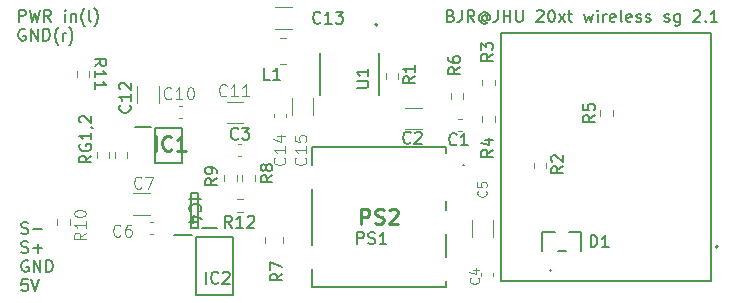
<source format=gbr>
%TF.GenerationSoftware,KiCad,Pcbnew,7.0.6*%
%TF.CreationDate,2024-04-06T17:32:54-04:00*%
%TF.ProjectId,5.2_5V,352e325f-3556-42e6-9b69-6361645f7063,rev?*%
%TF.SameCoordinates,Original*%
%TF.FileFunction,Legend,Top*%
%TF.FilePolarity,Positive*%
%FSLAX46Y46*%
G04 Gerber Fmt 4.6, Leading zero omitted, Abs format (unit mm)*
G04 Created by KiCad (PCBNEW 7.0.6) date 2024-04-06 17:32:54*
%MOMM*%
%LPD*%
G01*
G04 APERTURE LIST*
%ADD10C,0.150000*%
%ADD11C,0.120000*%
%ADD12C,0.100000*%
%ADD13C,0.254000*%
%ADD14C,0.200000*%
%ADD15C,0.152400*%
%ADD16C,0.127000*%
G04 APERTURE END LIST*
D10*
X162671312Y-32823209D02*
X162814169Y-32870828D01*
X162814169Y-32870828D02*
X162861788Y-32918447D01*
X162861788Y-32918447D02*
X162909407Y-33013685D01*
X162909407Y-33013685D02*
X162909407Y-33156542D01*
X162909407Y-33156542D02*
X162861788Y-33251780D01*
X162861788Y-33251780D02*
X162814169Y-33299400D01*
X162814169Y-33299400D02*
X162718931Y-33347019D01*
X162718931Y-33347019D02*
X162337979Y-33347019D01*
X162337979Y-33347019D02*
X162337979Y-32347019D01*
X162337979Y-32347019D02*
X162671312Y-32347019D01*
X162671312Y-32347019D02*
X162766550Y-32394638D01*
X162766550Y-32394638D02*
X162814169Y-32442257D01*
X162814169Y-32442257D02*
X162861788Y-32537495D01*
X162861788Y-32537495D02*
X162861788Y-32632733D01*
X162861788Y-32632733D02*
X162814169Y-32727971D01*
X162814169Y-32727971D02*
X162766550Y-32775590D01*
X162766550Y-32775590D02*
X162671312Y-32823209D01*
X162671312Y-32823209D02*
X162337979Y-32823209D01*
X163623693Y-32347019D02*
X163623693Y-33061304D01*
X163623693Y-33061304D02*
X163576074Y-33204161D01*
X163576074Y-33204161D02*
X163480836Y-33299400D01*
X163480836Y-33299400D02*
X163337979Y-33347019D01*
X163337979Y-33347019D02*
X163242741Y-33347019D01*
X164671312Y-33347019D02*
X164337979Y-32870828D01*
X164099884Y-33347019D02*
X164099884Y-32347019D01*
X164099884Y-32347019D02*
X164480836Y-32347019D01*
X164480836Y-32347019D02*
X164576074Y-32394638D01*
X164576074Y-32394638D02*
X164623693Y-32442257D01*
X164623693Y-32442257D02*
X164671312Y-32537495D01*
X164671312Y-32537495D02*
X164671312Y-32680352D01*
X164671312Y-32680352D02*
X164623693Y-32775590D01*
X164623693Y-32775590D02*
X164576074Y-32823209D01*
X164576074Y-32823209D02*
X164480836Y-32870828D01*
X164480836Y-32870828D02*
X164099884Y-32870828D01*
X165718931Y-32870828D02*
X165671312Y-32823209D01*
X165671312Y-32823209D02*
X165576074Y-32775590D01*
X165576074Y-32775590D02*
X165480836Y-32775590D01*
X165480836Y-32775590D02*
X165385598Y-32823209D01*
X165385598Y-32823209D02*
X165337979Y-32870828D01*
X165337979Y-32870828D02*
X165290360Y-32966066D01*
X165290360Y-32966066D02*
X165290360Y-33061304D01*
X165290360Y-33061304D02*
X165337979Y-33156542D01*
X165337979Y-33156542D02*
X165385598Y-33204161D01*
X165385598Y-33204161D02*
X165480836Y-33251780D01*
X165480836Y-33251780D02*
X165576074Y-33251780D01*
X165576074Y-33251780D02*
X165671312Y-33204161D01*
X165671312Y-33204161D02*
X165718931Y-33156542D01*
X165718931Y-32775590D02*
X165718931Y-33156542D01*
X165718931Y-33156542D02*
X165766550Y-33204161D01*
X165766550Y-33204161D02*
X165814169Y-33204161D01*
X165814169Y-33204161D02*
X165909408Y-33156542D01*
X165909408Y-33156542D02*
X165957027Y-33061304D01*
X165957027Y-33061304D02*
X165957027Y-32823209D01*
X165957027Y-32823209D02*
X165861789Y-32680352D01*
X165861789Y-32680352D02*
X165718931Y-32585114D01*
X165718931Y-32585114D02*
X165528455Y-32537495D01*
X165528455Y-32537495D02*
X165337979Y-32585114D01*
X165337979Y-32585114D02*
X165195122Y-32680352D01*
X165195122Y-32680352D02*
X165099884Y-32823209D01*
X165099884Y-32823209D02*
X165052265Y-33013685D01*
X165052265Y-33013685D02*
X165099884Y-33204161D01*
X165099884Y-33204161D02*
X165195122Y-33347019D01*
X165195122Y-33347019D02*
X165337979Y-33442257D01*
X165337979Y-33442257D02*
X165528455Y-33489876D01*
X165528455Y-33489876D02*
X165718931Y-33442257D01*
X165718931Y-33442257D02*
X165861789Y-33347019D01*
X166671312Y-32347019D02*
X166671312Y-33061304D01*
X166671312Y-33061304D02*
X166623693Y-33204161D01*
X166623693Y-33204161D02*
X166528455Y-33299400D01*
X166528455Y-33299400D02*
X166385598Y-33347019D01*
X166385598Y-33347019D02*
X166290360Y-33347019D01*
X167147503Y-33347019D02*
X167147503Y-32347019D01*
X167147503Y-32823209D02*
X167718931Y-32823209D01*
X167718931Y-33347019D02*
X167718931Y-32347019D01*
X168195122Y-32347019D02*
X168195122Y-33156542D01*
X168195122Y-33156542D02*
X168242741Y-33251780D01*
X168242741Y-33251780D02*
X168290360Y-33299400D01*
X168290360Y-33299400D02*
X168385598Y-33347019D01*
X168385598Y-33347019D02*
X168576074Y-33347019D01*
X168576074Y-33347019D02*
X168671312Y-33299400D01*
X168671312Y-33299400D02*
X168718931Y-33251780D01*
X168718931Y-33251780D02*
X168766550Y-33156542D01*
X168766550Y-33156542D02*
X168766550Y-32347019D01*
X169957027Y-32442257D02*
X170004646Y-32394638D01*
X170004646Y-32394638D02*
X170099884Y-32347019D01*
X170099884Y-32347019D02*
X170337979Y-32347019D01*
X170337979Y-32347019D02*
X170433217Y-32394638D01*
X170433217Y-32394638D02*
X170480836Y-32442257D01*
X170480836Y-32442257D02*
X170528455Y-32537495D01*
X170528455Y-32537495D02*
X170528455Y-32632733D01*
X170528455Y-32632733D02*
X170480836Y-32775590D01*
X170480836Y-32775590D02*
X169909408Y-33347019D01*
X169909408Y-33347019D02*
X170528455Y-33347019D01*
X171147503Y-32347019D02*
X171242741Y-32347019D01*
X171242741Y-32347019D02*
X171337979Y-32394638D01*
X171337979Y-32394638D02*
X171385598Y-32442257D01*
X171385598Y-32442257D02*
X171433217Y-32537495D01*
X171433217Y-32537495D02*
X171480836Y-32727971D01*
X171480836Y-32727971D02*
X171480836Y-32966066D01*
X171480836Y-32966066D02*
X171433217Y-33156542D01*
X171433217Y-33156542D02*
X171385598Y-33251780D01*
X171385598Y-33251780D02*
X171337979Y-33299400D01*
X171337979Y-33299400D02*
X171242741Y-33347019D01*
X171242741Y-33347019D02*
X171147503Y-33347019D01*
X171147503Y-33347019D02*
X171052265Y-33299400D01*
X171052265Y-33299400D02*
X171004646Y-33251780D01*
X171004646Y-33251780D02*
X170957027Y-33156542D01*
X170957027Y-33156542D02*
X170909408Y-32966066D01*
X170909408Y-32966066D02*
X170909408Y-32727971D01*
X170909408Y-32727971D02*
X170957027Y-32537495D01*
X170957027Y-32537495D02*
X171004646Y-32442257D01*
X171004646Y-32442257D02*
X171052265Y-32394638D01*
X171052265Y-32394638D02*
X171147503Y-32347019D01*
X171814170Y-33347019D02*
X172337979Y-32680352D01*
X171814170Y-32680352D02*
X172337979Y-33347019D01*
X172576075Y-32680352D02*
X172957027Y-32680352D01*
X172718932Y-32347019D02*
X172718932Y-33204161D01*
X172718932Y-33204161D02*
X172766551Y-33299400D01*
X172766551Y-33299400D02*
X172861789Y-33347019D01*
X172861789Y-33347019D02*
X172957027Y-33347019D01*
X173957028Y-32680352D02*
X174147504Y-33347019D01*
X174147504Y-33347019D02*
X174337980Y-32870828D01*
X174337980Y-32870828D02*
X174528456Y-33347019D01*
X174528456Y-33347019D02*
X174718932Y-32680352D01*
X175099885Y-33347019D02*
X175099885Y-32680352D01*
X175099885Y-32347019D02*
X175052266Y-32394638D01*
X175052266Y-32394638D02*
X175099885Y-32442257D01*
X175099885Y-32442257D02*
X175147504Y-32394638D01*
X175147504Y-32394638D02*
X175099885Y-32347019D01*
X175099885Y-32347019D02*
X175099885Y-32442257D01*
X175576075Y-33347019D02*
X175576075Y-32680352D01*
X175576075Y-32870828D02*
X175623694Y-32775590D01*
X175623694Y-32775590D02*
X175671313Y-32727971D01*
X175671313Y-32727971D02*
X175766551Y-32680352D01*
X175766551Y-32680352D02*
X175861789Y-32680352D01*
X176576075Y-33299400D02*
X176480837Y-33347019D01*
X176480837Y-33347019D02*
X176290361Y-33347019D01*
X176290361Y-33347019D02*
X176195123Y-33299400D01*
X176195123Y-33299400D02*
X176147504Y-33204161D01*
X176147504Y-33204161D02*
X176147504Y-32823209D01*
X176147504Y-32823209D02*
X176195123Y-32727971D01*
X176195123Y-32727971D02*
X176290361Y-32680352D01*
X176290361Y-32680352D02*
X176480837Y-32680352D01*
X176480837Y-32680352D02*
X176576075Y-32727971D01*
X176576075Y-32727971D02*
X176623694Y-32823209D01*
X176623694Y-32823209D02*
X176623694Y-32918447D01*
X176623694Y-32918447D02*
X176147504Y-33013685D01*
X177195123Y-33347019D02*
X177099885Y-33299400D01*
X177099885Y-33299400D02*
X177052266Y-33204161D01*
X177052266Y-33204161D02*
X177052266Y-32347019D01*
X177957028Y-33299400D02*
X177861790Y-33347019D01*
X177861790Y-33347019D02*
X177671314Y-33347019D01*
X177671314Y-33347019D02*
X177576076Y-33299400D01*
X177576076Y-33299400D02*
X177528457Y-33204161D01*
X177528457Y-33204161D02*
X177528457Y-32823209D01*
X177528457Y-32823209D02*
X177576076Y-32727971D01*
X177576076Y-32727971D02*
X177671314Y-32680352D01*
X177671314Y-32680352D02*
X177861790Y-32680352D01*
X177861790Y-32680352D02*
X177957028Y-32727971D01*
X177957028Y-32727971D02*
X178004647Y-32823209D01*
X178004647Y-32823209D02*
X178004647Y-32918447D01*
X178004647Y-32918447D02*
X177528457Y-33013685D01*
X178385600Y-33299400D02*
X178480838Y-33347019D01*
X178480838Y-33347019D02*
X178671314Y-33347019D01*
X178671314Y-33347019D02*
X178766552Y-33299400D01*
X178766552Y-33299400D02*
X178814171Y-33204161D01*
X178814171Y-33204161D02*
X178814171Y-33156542D01*
X178814171Y-33156542D02*
X178766552Y-33061304D01*
X178766552Y-33061304D02*
X178671314Y-33013685D01*
X178671314Y-33013685D02*
X178528457Y-33013685D01*
X178528457Y-33013685D02*
X178433219Y-32966066D01*
X178433219Y-32966066D02*
X178385600Y-32870828D01*
X178385600Y-32870828D02*
X178385600Y-32823209D01*
X178385600Y-32823209D02*
X178433219Y-32727971D01*
X178433219Y-32727971D02*
X178528457Y-32680352D01*
X178528457Y-32680352D02*
X178671314Y-32680352D01*
X178671314Y-32680352D02*
X178766552Y-32727971D01*
X179195124Y-33299400D02*
X179290362Y-33347019D01*
X179290362Y-33347019D02*
X179480838Y-33347019D01*
X179480838Y-33347019D02*
X179576076Y-33299400D01*
X179576076Y-33299400D02*
X179623695Y-33204161D01*
X179623695Y-33204161D02*
X179623695Y-33156542D01*
X179623695Y-33156542D02*
X179576076Y-33061304D01*
X179576076Y-33061304D02*
X179480838Y-33013685D01*
X179480838Y-33013685D02*
X179337981Y-33013685D01*
X179337981Y-33013685D02*
X179242743Y-32966066D01*
X179242743Y-32966066D02*
X179195124Y-32870828D01*
X179195124Y-32870828D02*
X179195124Y-32823209D01*
X179195124Y-32823209D02*
X179242743Y-32727971D01*
X179242743Y-32727971D02*
X179337981Y-32680352D01*
X179337981Y-32680352D02*
X179480838Y-32680352D01*
X179480838Y-32680352D02*
X179576076Y-32727971D01*
X180766553Y-33299400D02*
X180861791Y-33347019D01*
X180861791Y-33347019D02*
X181052267Y-33347019D01*
X181052267Y-33347019D02*
X181147505Y-33299400D01*
X181147505Y-33299400D02*
X181195124Y-33204161D01*
X181195124Y-33204161D02*
X181195124Y-33156542D01*
X181195124Y-33156542D02*
X181147505Y-33061304D01*
X181147505Y-33061304D02*
X181052267Y-33013685D01*
X181052267Y-33013685D02*
X180909410Y-33013685D01*
X180909410Y-33013685D02*
X180814172Y-32966066D01*
X180814172Y-32966066D02*
X180766553Y-32870828D01*
X180766553Y-32870828D02*
X180766553Y-32823209D01*
X180766553Y-32823209D02*
X180814172Y-32727971D01*
X180814172Y-32727971D02*
X180909410Y-32680352D01*
X180909410Y-32680352D02*
X181052267Y-32680352D01*
X181052267Y-32680352D02*
X181147505Y-32727971D01*
X182052267Y-32680352D02*
X182052267Y-33489876D01*
X182052267Y-33489876D02*
X182004648Y-33585114D01*
X182004648Y-33585114D02*
X181957029Y-33632733D01*
X181957029Y-33632733D02*
X181861791Y-33680352D01*
X181861791Y-33680352D02*
X181718934Y-33680352D01*
X181718934Y-33680352D02*
X181623696Y-33632733D01*
X182052267Y-33299400D02*
X181957029Y-33347019D01*
X181957029Y-33347019D02*
X181766553Y-33347019D01*
X181766553Y-33347019D02*
X181671315Y-33299400D01*
X181671315Y-33299400D02*
X181623696Y-33251780D01*
X181623696Y-33251780D02*
X181576077Y-33156542D01*
X181576077Y-33156542D02*
X181576077Y-32870828D01*
X181576077Y-32870828D02*
X181623696Y-32775590D01*
X181623696Y-32775590D02*
X181671315Y-32727971D01*
X181671315Y-32727971D02*
X181766553Y-32680352D01*
X181766553Y-32680352D02*
X181957029Y-32680352D01*
X181957029Y-32680352D02*
X182052267Y-32727971D01*
X183242744Y-32442257D02*
X183290363Y-32394638D01*
X183290363Y-32394638D02*
X183385601Y-32347019D01*
X183385601Y-32347019D02*
X183623696Y-32347019D01*
X183623696Y-32347019D02*
X183718934Y-32394638D01*
X183718934Y-32394638D02*
X183766553Y-32442257D01*
X183766553Y-32442257D02*
X183814172Y-32537495D01*
X183814172Y-32537495D02*
X183814172Y-32632733D01*
X183814172Y-32632733D02*
X183766553Y-32775590D01*
X183766553Y-32775590D02*
X183195125Y-33347019D01*
X183195125Y-33347019D02*
X183814172Y-33347019D01*
X184242744Y-33251780D02*
X184290363Y-33299400D01*
X184290363Y-33299400D02*
X184242744Y-33347019D01*
X184242744Y-33347019D02*
X184195125Y-33299400D01*
X184195125Y-33299400D02*
X184242744Y-33251780D01*
X184242744Y-33251780D02*
X184242744Y-33347019D01*
X185242743Y-33347019D02*
X184671315Y-33347019D01*
X184957029Y-33347019D02*
X184957029Y-32347019D01*
X184957029Y-32347019D02*
X184861791Y-32489876D01*
X184861791Y-32489876D02*
X184766553Y-32585114D01*
X184766553Y-32585114D02*
X184671315Y-32632733D01*
X126314160Y-51242200D02*
X126457017Y-51289819D01*
X126457017Y-51289819D02*
X126695112Y-51289819D01*
X126695112Y-51289819D02*
X126790350Y-51242200D01*
X126790350Y-51242200D02*
X126837969Y-51194580D01*
X126837969Y-51194580D02*
X126885588Y-51099342D01*
X126885588Y-51099342D02*
X126885588Y-51004104D01*
X126885588Y-51004104D02*
X126837969Y-50908866D01*
X126837969Y-50908866D02*
X126790350Y-50861247D01*
X126790350Y-50861247D02*
X126695112Y-50813628D01*
X126695112Y-50813628D02*
X126504636Y-50766009D01*
X126504636Y-50766009D02*
X126409398Y-50718390D01*
X126409398Y-50718390D02*
X126361779Y-50670771D01*
X126361779Y-50670771D02*
X126314160Y-50575533D01*
X126314160Y-50575533D02*
X126314160Y-50480295D01*
X126314160Y-50480295D02*
X126361779Y-50385057D01*
X126361779Y-50385057D02*
X126409398Y-50337438D01*
X126409398Y-50337438D02*
X126504636Y-50289819D01*
X126504636Y-50289819D02*
X126742731Y-50289819D01*
X126742731Y-50289819D02*
X126885588Y-50337438D01*
X127314160Y-50908866D02*
X128076065Y-50908866D01*
X126314160Y-52852200D02*
X126457017Y-52899819D01*
X126457017Y-52899819D02*
X126695112Y-52899819D01*
X126695112Y-52899819D02*
X126790350Y-52852200D01*
X126790350Y-52852200D02*
X126837969Y-52804580D01*
X126837969Y-52804580D02*
X126885588Y-52709342D01*
X126885588Y-52709342D02*
X126885588Y-52614104D01*
X126885588Y-52614104D02*
X126837969Y-52518866D01*
X126837969Y-52518866D02*
X126790350Y-52471247D01*
X126790350Y-52471247D02*
X126695112Y-52423628D01*
X126695112Y-52423628D02*
X126504636Y-52376009D01*
X126504636Y-52376009D02*
X126409398Y-52328390D01*
X126409398Y-52328390D02*
X126361779Y-52280771D01*
X126361779Y-52280771D02*
X126314160Y-52185533D01*
X126314160Y-52185533D02*
X126314160Y-52090295D01*
X126314160Y-52090295D02*
X126361779Y-51995057D01*
X126361779Y-51995057D02*
X126409398Y-51947438D01*
X126409398Y-51947438D02*
X126504636Y-51899819D01*
X126504636Y-51899819D02*
X126742731Y-51899819D01*
X126742731Y-51899819D02*
X126885588Y-51947438D01*
X127314160Y-52518866D02*
X128076065Y-52518866D01*
X127695112Y-52899819D02*
X127695112Y-52137914D01*
X126885588Y-53557438D02*
X126790350Y-53509819D01*
X126790350Y-53509819D02*
X126647493Y-53509819D01*
X126647493Y-53509819D02*
X126504636Y-53557438D01*
X126504636Y-53557438D02*
X126409398Y-53652676D01*
X126409398Y-53652676D02*
X126361779Y-53747914D01*
X126361779Y-53747914D02*
X126314160Y-53938390D01*
X126314160Y-53938390D02*
X126314160Y-54081247D01*
X126314160Y-54081247D02*
X126361779Y-54271723D01*
X126361779Y-54271723D02*
X126409398Y-54366961D01*
X126409398Y-54366961D02*
X126504636Y-54462200D01*
X126504636Y-54462200D02*
X126647493Y-54509819D01*
X126647493Y-54509819D02*
X126742731Y-54509819D01*
X126742731Y-54509819D02*
X126885588Y-54462200D01*
X126885588Y-54462200D02*
X126933207Y-54414580D01*
X126933207Y-54414580D02*
X126933207Y-54081247D01*
X126933207Y-54081247D02*
X126742731Y-54081247D01*
X127361779Y-54509819D02*
X127361779Y-53509819D01*
X127361779Y-53509819D02*
X127933207Y-54509819D01*
X127933207Y-54509819D02*
X127933207Y-53509819D01*
X128409398Y-54509819D02*
X128409398Y-53509819D01*
X128409398Y-53509819D02*
X128647493Y-53509819D01*
X128647493Y-53509819D02*
X128790350Y-53557438D01*
X128790350Y-53557438D02*
X128885588Y-53652676D01*
X128885588Y-53652676D02*
X128933207Y-53747914D01*
X128933207Y-53747914D02*
X128980826Y-53938390D01*
X128980826Y-53938390D02*
X128980826Y-54081247D01*
X128980826Y-54081247D02*
X128933207Y-54271723D01*
X128933207Y-54271723D02*
X128885588Y-54366961D01*
X128885588Y-54366961D02*
X128790350Y-54462200D01*
X128790350Y-54462200D02*
X128647493Y-54509819D01*
X128647493Y-54509819D02*
X128409398Y-54509819D01*
X126837969Y-55119819D02*
X126361779Y-55119819D01*
X126361779Y-55119819D02*
X126314160Y-55596009D01*
X126314160Y-55596009D02*
X126361779Y-55548390D01*
X126361779Y-55548390D02*
X126457017Y-55500771D01*
X126457017Y-55500771D02*
X126695112Y-55500771D01*
X126695112Y-55500771D02*
X126790350Y-55548390D01*
X126790350Y-55548390D02*
X126837969Y-55596009D01*
X126837969Y-55596009D02*
X126885588Y-55691247D01*
X126885588Y-55691247D02*
X126885588Y-55929342D01*
X126885588Y-55929342D02*
X126837969Y-56024580D01*
X126837969Y-56024580D02*
X126790350Y-56072200D01*
X126790350Y-56072200D02*
X126695112Y-56119819D01*
X126695112Y-56119819D02*
X126457017Y-56119819D01*
X126457017Y-56119819D02*
X126361779Y-56072200D01*
X126361779Y-56072200D02*
X126314160Y-56024580D01*
X127171303Y-55119819D02*
X127504636Y-56119819D01*
X127504636Y-56119819D02*
X127837969Y-55119819D01*
X140541380Y-48342779D02*
X141541380Y-48342779D01*
X140636619Y-49390397D02*
X140589000Y-49342778D01*
X140589000Y-49342778D02*
X140541380Y-49199921D01*
X140541380Y-49199921D02*
X140541380Y-49104683D01*
X140541380Y-49104683D02*
X140589000Y-48961826D01*
X140589000Y-48961826D02*
X140684238Y-48866588D01*
X140684238Y-48866588D02*
X140779476Y-48818969D01*
X140779476Y-48818969D02*
X140969952Y-48771350D01*
X140969952Y-48771350D02*
X141112809Y-48771350D01*
X141112809Y-48771350D02*
X141303285Y-48818969D01*
X141303285Y-48818969D02*
X141398523Y-48866588D01*
X141398523Y-48866588D02*
X141493761Y-48961826D01*
X141493761Y-48961826D02*
X141541380Y-49104683D01*
X141541380Y-49104683D02*
X141541380Y-49199921D01*
X141541380Y-49199921D02*
X141493761Y-49342778D01*
X141493761Y-49342778D02*
X141446142Y-49390397D01*
X141208047Y-50247540D02*
X140541380Y-50247540D01*
X141589000Y-50009445D02*
X140874714Y-49771350D01*
X140874714Y-49771350D02*
X140874714Y-50390397D01*
X126117579Y-33311819D02*
X126117579Y-32311819D01*
X126117579Y-32311819D02*
X126498531Y-32311819D01*
X126498531Y-32311819D02*
X126593769Y-32359438D01*
X126593769Y-32359438D02*
X126641388Y-32407057D01*
X126641388Y-32407057D02*
X126689007Y-32502295D01*
X126689007Y-32502295D02*
X126689007Y-32645152D01*
X126689007Y-32645152D02*
X126641388Y-32740390D01*
X126641388Y-32740390D02*
X126593769Y-32788009D01*
X126593769Y-32788009D02*
X126498531Y-32835628D01*
X126498531Y-32835628D02*
X126117579Y-32835628D01*
X127022341Y-32311819D02*
X127260436Y-33311819D01*
X127260436Y-33311819D02*
X127450912Y-32597533D01*
X127450912Y-32597533D02*
X127641388Y-33311819D01*
X127641388Y-33311819D02*
X127879484Y-32311819D01*
X128831864Y-33311819D02*
X128498531Y-32835628D01*
X128260436Y-33311819D02*
X128260436Y-32311819D01*
X128260436Y-32311819D02*
X128641388Y-32311819D01*
X128641388Y-32311819D02*
X128736626Y-32359438D01*
X128736626Y-32359438D02*
X128784245Y-32407057D01*
X128784245Y-32407057D02*
X128831864Y-32502295D01*
X128831864Y-32502295D02*
X128831864Y-32645152D01*
X128831864Y-32645152D02*
X128784245Y-32740390D01*
X128784245Y-32740390D02*
X128736626Y-32788009D01*
X128736626Y-32788009D02*
X128641388Y-32835628D01*
X128641388Y-32835628D02*
X128260436Y-32835628D01*
X130022341Y-33311819D02*
X130022341Y-32645152D01*
X130022341Y-32311819D02*
X129974722Y-32359438D01*
X129974722Y-32359438D02*
X130022341Y-32407057D01*
X130022341Y-32407057D02*
X130069960Y-32359438D01*
X130069960Y-32359438D02*
X130022341Y-32311819D01*
X130022341Y-32311819D02*
X130022341Y-32407057D01*
X130498531Y-32645152D02*
X130498531Y-33311819D01*
X130498531Y-32740390D02*
X130546150Y-32692771D01*
X130546150Y-32692771D02*
X130641388Y-32645152D01*
X130641388Y-32645152D02*
X130784245Y-32645152D01*
X130784245Y-32645152D02*
X130879483Y-32692771D01*
X130879483Y-32692771D02*
X130927102Y-32788009D01*
X130927102Y-32788009D02*
X130927102Y-33311819D01*
X131689007Y-33692771D02*
X131641388Y-33645152D01*
X131641388Y-33645152D02*
X131546150Y-33502295D01*
X131546150Y-33502295D02*
X131498531Y-33407057D01*
X131498531Y-33407057D02*
X131450912Y-33264200D01*
X131450912Y-33264200D02*
X131403293Y-33026104D01*
X131403293Y-33026104D02*
X131403293Y-32835628D01*
X131403293Y-32835628D02*
X131450912Y-32597533D01*
X131450912Y-32597533D02*
X131498531Y-32454676D01*
X131498531Y-32454676D02*
X131546150Y-32359438D01*
X131546150Y-32359438D02*
X131641388Y-32216580D01*
X131641388Y-32216580D02*
X131689007Y-32168961D01*
X132212817Y-33311819D02*
X132117579Y-33264200D01*
X132117579Y-33264200D02*
X132069960Y-33168961D01*
X132069960Y-33168961D02*
X132069960Y-32311819D01*
X132498532Y-33692771D02*
X132546151Y-33645152D01*
X132546151Y-33645152D02*
X132641389Y-33502295D01*
X132641389Y-33502295D02*
X132689008Y-33407057D01*
X132689008Y-33407057D02*
X132736627Y-33264200D01*
X132736627Y-33264200D02*
X132784246Y-33026104D01*
X132784246Y-33026104D02*
X132784246Y-32835628D01*
X132784246Y-32835628D02*
X132736627Y-32597533D01*
X132736627Y-32597533D02*
X132689008Y-32454676D01*
X132689008Y-32454676D02*
X132641389Y-32359438D01*
X132641389Y-32359438D02*
X132546151Y-32216580D01*
X132546151Y-32216580D02*
X132498532Y-32168961D01*
X126641388Y-33969438D02*
X126546150Y-33921819D01*
X126546150Y-33921819D02*
X126403293Y-33921819D01*
X126403293Y-33921819D02*
X126260436Y-33969438D01*
X126260436Y-33969438D02*
X126165198Y-34064676D01*
X126165198Y-34064676D02*
X126117579Y-34159914D01*
X126117579Y-34159914D02*
X126069960Y-34350390D01*
X126069960Y-34350390D02*
X126069960Y-34493247D01*
X126069960Y-34493247D02*
X126117579Y-34683723D01*
X126117579Y-34683723D02*
X126165198Y-34778961D01*
X126165198Y-34778961D02*
X126260436Y-34874200D01*
X126260436Y-34874200D02*
X126403293Y-34921819D01*
X126403293Y-34921819D02*
X126498531Y-34921819D01*
X126498531Y-34921819D02*
X126641388Y-34874200D01*
X126641388Y-34874200D02*
X126689007Y-34826580D01*
X126689007Y-34826580D02*
X126689007Y-34493247D01*
X126689007Y-34493247D02*
X126498531Y-34493247D01*
X127117579Y-34921819D02*
X127117579Y-33921819D01*
X127117579Y-33921819D02*
X127689007Y-34921819D01*
X127689007Y-34921819D02*
X127689007Y-33921819D01*
X128165198Y-34921819D02*
X128165198Y-33921819D01*
X128165198Y-33921819D02*
X128403293Y-33921819D01*
X128403293Y-33921819D02*
X128546150Y-33969438D01*
X128546150Y-33969438D02*
X128641388Y-34064676D01*
X128641388Y-34064676D02*
X128689007Y-34159914D01*
X128689007Y-34159914D02*
X128736626Y-34350390D01*
X128736626Y-34350390D02*
X128736626Y-34493247D01*
X128736626Y-34493247D02*
X128689007Y-34683723D01*
X128689007Y-34683723D02*
X128641388Y-34778961D01*
X128641388Y-34778961D02*
X128546150Y-34874200D01*
X128546150Y-34874200D02*
X128403293Y-34921819D01*
X128403293Y-34921819D02*
X128165198Y-34921819D01*
X129450912Y-35302771D02*
X129403293Y-35255152D01*
X129403293Y-35255152D02*
X129308055Y-35112295D01*
X129308055Y-35112295D02*
X129260436Y-35017057D01*
X129260436Y-35017057D02*
X129212817Y-34874200D01*
X129212817Y-34874200D02*
X129165198Y-34636104D01*
X129165198Y-34636104D02*
X129165198Y-34445628D01*
X129165198Y-34445628D02*
X129212817Y-34207533D01*
X129212817Y-34207533D02*
X129260436Y-34064676D01*
X129260436Y-34064676D02*
X129308055Y-33969438D01*
X129308055Y-33969438D02*
X129403293Y-33826580D01*
X129403293Y-33826580D02*
X129450912Y-33778961D01*
X129831865Y-34921819D02*
X129831865Y-34255152D01*
X129831865Y-34445628D02*
X129879484Y-34350390D01*
X129879484Y-34350390D02*
X129927103Y-34302771D01*
X129927103Y-34302771D02*
X130022341Y-34255152D01*
X130022341Y-34255152D02*
X130117579Y-34255152D01*
X130355675Y-35302771D02*
X130403294Y-35255152D01*
X130403294Y-35255152D02*
X130498532Y-35112295D01*
X130498532Y-35112295D02*
X130546151Y-35017057D01*
X130546151Y-35017057D02*
X130593770Y-34874200D01*
X130593770Y-34874200D02*
X130641389Y-34636104D01*
X130641389Y-34636104D02*
X130641389Y-34445628D01*
X130641389Y-34445628D02*
X130593770Y-34207533D01*
X130593770Y-34207533D02*
X130546151Y-34064676D01*
X130546151Y-34064676D02*
X130498532Y-33969438D01*
X130498532Y-33969438D02*
X130403294Y-33826580D01*
X130403294Y-33826580D02*
X130355675Y-33778961D01*
X163445819Y-37191792D02*
X162969628Y-37525125D01*
X163445819Y-37763220D02*
X162445819Y-37763220D01*
X162445819Y-37763220D02*
X162445819Y-37382268D01*
X162445819Y-37382268D02*
X162493438Y-37287030D01*
X162493438Y-37287030D02*
X162541057Y-37239411D01*
X162541057Y-37239411D02*
X162636295Y-37191792D01*
X162636295Y-37191792D02*
X162779152Y-37191792D01*
X162779152Y-37191792D02*
X162874390Y-37239411D01*
X162874390Y-37239411D02*
X162922009Y-37287030D01*
X162922009Y-37287030D02*
X162969628Y-37382268D01*
X162969628Y-37382268D02*
X162969628Y-37763220D01*
X162445819Y-36334649D02*
X162445819Y-36525125D01*
X162445819Y-36525125D02*
X162493438Y-36620363D01*
X162493438Y-36620363D02*
X162541057Y-36667982D01*
X162541057Y-36667982D02*
X162683914Y-36763220D01*
X162683914Y-36763220D02*
X162874390Y-36810839D01*
X162874390Y-36810839D02*
X163255342Y-36810839D01*
X163255342Y-36810839D02*
X163350580Y-36763220D01*
X163350580Y-36763220D02*
X163398200Y-36715601D01*
X163398200Y-36715601D02*
X163445819Y-36620363D01*
X163445819Y-36620363D02*
X163445819Y-36429887D01*
X163445819Y-36429887D02*
X163398200Y-36334649D01*
X163398200Y-36334649D02*
X163350580Y-36287030D01*
X163350580Y-36287030D02*
X163255342Y-36239411D01*
X163255342Y-36239411D02*
X163017247Y-36239411D01*
X163017247Y-36239411D02*
X162922009Y-36287030D01*
X162922009Y-36287030D02*
X162874390Y-36334649D01*
X162874390Y-36334649D02*
X162826771Y-36429887D01*
X162826771Y-36429887D02*
X162826771Y-36620363D01*
X162826771Y-36620363D02*
X162874390Y-36715601D01*
X162874390Y-36715601D02*
X162922009Y-36763220D01*
X162922009Y-36763220D02*
X163017247Y-36810839D01*
X159635819Y-37953792D02*
X159159628Y-38287125D01*
X159635819Y-38525220D02*
X158635819Y-38525220D01*
X158635819Y-38525220D02*
X158635819Y-38144268D01*
X158635819Y-38144268D02*
X158683438Y-38049030D01*
X158683438Y-38049030D02*
X158731057Y-38001411D01*
X158731057Y-38001411D02*
X158826295Y-37953792D01*
X158826295Y-37953792D02*
X158969152Y-37953792D01*
X158969152Y-37953792D02*
X159064390Y-38001411D01*
X159064390Y-38001411D02*
X159112009Y-38049030D01*
X159112009Y-38049030D02*
X159159628Y-38144268D01*
X159159628Y-38144268D02*
X159159628Y-38525220D01*
X159635819Y-37001411D02*
X159635819Y-37572839D01*
X159635819Y-37287125D02*
X158635819Y-37287125D01*
X158635819Y-37287125D02*
X158778676Y-37382363D01*
X158778676Y-37382363D02*
X158873914Y-37477601D01*
X158873914Y-37477601D02*
X158921533Y-37572839D01*
X166239819Y-44176792D02*
X165763628Y-44510125D01*
X166239819Y-44748220D02*
X165239819Y-44748220D01*
X165239819Y-44748220D02*
X165239819Y-44367268D01*
X165239819Y-44367268D02*
X165287438Y-44272030D01*
X165287438Y-44272030D02*
X165335057Y-44224411D01*
X165335057Y-44224411D02*
X165430295Y-44176792D01*
X165430295Y-44176792D02*
X165573152Y-44176792D01*
X165573152Y-44176792D02*
X165668390Y-44224411D01*
X165668390Y-44224411D02*
X165716009Y-44272030D01*
X165716009Y-44272030D02*
X165763628Y-44367268D01*
X165763628Y-44367268D02*
X165763628Y-44748220D01*
X165573152Y-43319649D02*
X166239819Y-43319649D01*
X165192200Y-43557744D02*
X165906485Y-43795839D01*
X165906485Y-43795839D02*
X165906485Y-43176792D01*
X154698819Y-38906220D02*
X155508342Y-38906220D01*
X155508342Y-38906220D02*
X155603580Y-38858601D01*
X155603580Y-38858601D02*
X155651200Y-38810982D01*
X155651200Y-38810982D02*
X155698819Y-38715744D01*
X155698819Y-38715744D02*
X155698819Y-38525268D01*
X155698819Y-38525268D02*
X155651200Y-38430030D01*
X155651200Y-38430030D02*
X155603580Y-38382411D01*
X155603580Y-38382411D02*
X155508342Y-38334792D01*
X155508342Y-38334792D02*
X154698819Y-38334792D01*
X155698819Y-37334792D02*
X155698819Y-37906220D01*
X155698819Y-37620506D02*
X154698819Y-37620506D01*
X154698819Y-37620506D02*
X154841676Y-37715744D01*
X154841676Y-37715744D02*
X154936914Y-37810982D01*
X154936914Y-37810982D02*
X154984533Y-37906220D01*
X147370969Y-38223819D02*
X146894779Y-38223819D01*
X146894779Y-38223819D02*
X146894779Y-37223819D01*
X148228112Y-38223819D02*
X147656684Y-38223819D01*
X147942398Y-38223819D02*
X147942398Y-37223819D01*
X147942398Y-37223819D02*
X147847160Y-37366676D01*
X147847160Y-37366676D02*
X147751922Y-37461914D01*
X147751922Y-37461914D02*
X147656684Y-37509533D01*
X166239819Y-36048792D02*
X165763628Y-36382125D01*
X166239819Y-36620220D02*
X165239819Y-36620220D01*
X165239819Y-36620220D02*
X165239819Y-36239268D01*
X165239819Y-36239268D02*
X165287438Y-36144030D01*
X165287438Y-36144030D02*
X165335057Y-36096411D01*
X165335057Y-36096411D02*
X165430295Y-36048792D01*
X165430295Y-36048792D02*
X165573152Y-36048792D01*
X165573152Y-36048792D02*
X165668390Y-36096411D01*
X165668390Y-36096411D02*
X165716009Y-36144030D01*
X165716009Y-36144030D02*
X165763628Y-36239268D01*
X165763628Y-36239268D02*
X165763628Y-36620220D01*
X165239819Y-35715458D02*
X165239819Y-35096411D01*
X165239819Y-35096411D02*
X165620771Y-35429744D01*
X165620771Y-35429744D02*
X165620771Y-35286887D01*
X165620771Y-35286887D02*
X165668390Y-35191649D01*
X165668390Y-35191649D02*
X165716009Y-35144030D01*
X165716009Y-35144030D02*
X165811247Y-35096411D01*
X165811247Y-35096411D02*
X166049342Y-35096411D01*
X166049342Y-35096411D02*
X166144580Y-35144030D01*
X166144580Y-35144030D02*
X166192200Y-35191649D01*
X166192200Y-35191649D02*
X166239819Y-35286887D01*
X166239819Y-35286887D02*
X166239819Y-35572601D01*
X166239819Y-35572601D02*
X166192200Y-35667839D01*
X166192200Y-35667839D02*
X166144580Y-35715458D01*
X163163207Y-43690580D02*
X163115588Y-43738200D01*
X163115588Y-43738200D02*
X162972731Y-43785819D01*
X162972731Y-43785819D02*
X162877493Y-43785819D01*
X162877493Y-43785819D02*
X162734636Y-43738200D01*
X162734636Y-43738200D02*
X162639398Y-43642961D01*
X162639398Y-43642961D02*
X162591779Y-43547723D01*
X162591779Y-43547723D02*
X162544160Y-43357247D01*
X162544160Y-43357247D02*
X162544160Y-43214390D01*
X162544160Y-43214390D02*
X162591779Y-43023914D01*
X162591779Y-43023914D02*
X162639398Y-42928676D01*
X162639398Y-42928676D02*
X162734636Y-42833438D01*
X162734636Y-42833438D02*
X162877493Y-42785819D01*
X162877493Y-42785819D02*
X162972731Y-42785819D01*
X162972731Y-42785819D02*
X163115588Y-42833438D01*
X163115588Y-42833438D02*
X163163207Y-42881057D01*
X164115588Y-43785819D02*
X163544160Y-43785819D01*
X163829874Y-43785819D02*
X163829874Y-42785819D01*
X163829874Y-42785819D02*
X163734636Y-42928676D01*
X163734636Y-42928676D02*
X163639398Y-43023914D01*
X163639398Y-43023914D02*
X163544160Y-43071533D01*
X141941779Y-55495819D02*
X141941779Y-54495819D01*
X142989397Y-55400580D02*
X142941778Y-55448200D01*
X142941778Y-55448200D02*
X142798921Y-55495819D01*
X142798921Y-55495819D02*
X142703683Y-55495819D01*
X142703683Y-55495819D02*
X142560826Y-55448200D01*
X142560826Y-55448200D02*
X142465588Y-55352961D01*
X142465588Y-55352961D02*
X142417969Y-55257723D01*
X142417969Y-55257723D02*
X142370350Y-55067247D01*
X142370350Y-55067247D02*
X142370350Y-54924390D01*
X142370350Y-54924390D02*
X142417969Y-54733914D01*
X142417969Y-54733914D02*
X142465588Y-54638676D01*
X142465588Y-54638676D02*
X142560826Y-54543438D01*
X142560826Y-54543438D02*
X142703683Y-54495819D01*
X142703683Y-54495819D02*
X142798921Y-54495819D01*
X142798921Y-54495819D02*
X142941778Y-54543438D01*
X142941778Y-54543438D02*
X142989397Y-54591057D01*
X143370350Y-54591057D02*
X143417969Y-54543438D01*
X143417969Y-54543438D02*
X143513207Y-54495819D01*
X143513207Y-54495819D02*
X143751302Y-54495819D01*
X143751302Y-54495819D02*
X143846540Y-54543438D01*
X143846540Y-54543438D02*
X143894159Y-54591057D01*
X143894159Y-54591057D02*
X143941778Y-54686295D01*
X143941778Y-54686295D02*
X143941778Y-54781533D01*
X143941778Y-54781533D02*
X143894159Y-54924390D01*
X143894159Y-54924390D02*
X143322731Y-55495819D01*
X143322731Y-55495819D02*
X143941778Y-55495819D01*
X132514180Y-37076142D02*
X132990371Y-36742809D01*
X132514180Y-36504714D02*
X133514180Y-36504714D01*
X133514180Y-36504714D02*
X133514180Y-36885666D01*
X133514180Y-36885666D02*
X133466561Y-36980904D01*
X133466561Y-36980904D02*
X133418942Y-37028523D01*
X133418942Y-37028523D02*
X133323704Y-37076142D01*
X133323704Y-37076142D02*
X133180847Y-37076142D01*
X133180847Y-37076142D02*
X133085609Y-37028523D01*
X133085609Y-37028523D02*
X133037990Y-36980904D01*
X133037990Y-36980904D02*
X132990371Y-36885666D01*
X132990371Y-36885666D02*
X132990371Y-36504714D01*
X132514180Y-38028523D02*
X132514180Y-37457095D01*
X132514180Y-37742809D02*
X133514180Y-37742809D01*
X133514180Y-37742809D02*
X133371323Y-37647571D01*
X133371323Y-37647571D02*
X133276085Y-37552333D01*
X133276085Y-37552333D02*
X133228466Y-37457095D01*
X132514180Y-38980904D02*
X132514180Y-38409476D01*
X132514180Y-38695190D02*
X133514180Y-38695190D01*
X133514180Y-38695190D02*
X133371323Y-38599952D01*
X133371323Y-38599952D02*
X133276085Y-38504714D01*
X133276085Y-38504714D02*
X133228466Y-38409476D01*
D11*
X131774379Y-51188857D02*
X131298188Y-51522190D01*
X131774379Y-51760285D02*
X130774379Y-51760285D01*
X130774379Y-51760285D02*
X130774379Y-51379333D01*
X130774379Y-51379333D02*
X130821998Y-51284095D01*
X130821998Y-51284095D02*
X130869617Y-51236476D01*
X130869617Y-51236476D02*
X130964855Y-51188857D01*
X130964855Y-51188857D02*
X131107712Y-51188857D01*
X131107712Y-51188857D02*
X131202950Y-51236476D01*
X131202950Y-51236476D02*
X131250569Y-51284095D01*
X131250569Y-51284095D02*
X131298188Y-51379333D01*
X131298188Y-51379333D02*
X131298188Y-51760285D01*
X131774379Y-50236476D02*
X131774379Y-50807904D01*
X131774379Y-50522190D02*
X130774379Y-50522190D01*
X130774379Y-50522190D02*
X130917236Y-50617428D01*
X130917236Y-50617428D02*
X131012474Y-50712666D01*
X131012474Y-50712666D02*
X131060093Y-50807904D01*
X130774379Y-49617428D02*
X130774379Y-49522190D01*
X130774379Y-49522190D02*
X130821998Y-49426952D01*
X130821998Y-49426952D02*
X130869617Y-49379333D01*
X130869617Y-49379333D02*
X130964855Y-49331714D01*
X130964855Y-49331714D02*
X131155331Y-49284095D01*
X131155331Y-49284095D02*
X131393426Y-49284095D01*
X131393426Y-49284095D02*
X131583902Y-49331714D01*
X131583902Y-49331714D02*
X131679140Y-49379333D01*
X131679140Y-49379333D02*
X131726760Y-49426952D01*
X131726760Y-49426952D02*
X131774379Y-49522190D01*
X131774379Y-49522190D02*
X131774379Y-49617428D01*
X131774379Y-49617428D02*
X131726760Y-49712666D01*
X131726760Y-49712666D02*
X131679140Y-49760285D01*
X131679140Y-49760285D02*
X131583902Y-49807904D01*
X131583902Y-49807904D02*
X131393426Y-49855523D01*
X131393426Y-49855523D02*
X131155331Y-49855523D01*
X131155331Y-49855523D02*
X130964855Y-49807904D01*
X130964855Y-49807904D02*
X130869617Y-49760285D01*
X130869617Y-49760285D02*
X130821998Y-49712666D01*
X130821998Y-49712666D02*
X130774379Y-49617428D01*
D10*
X144672207Y-43208580D02*
X144624588Y-43256200D01*
X144624588Y-43256200D02*
X144481731Y-43303819D01*
X144481731Y-43303819D02*
X144386493Y-43303819D01*
X144386493Y-43303819D02*
X144243636Y-43256200D01*
X144243636Y-43256200D02*
X144148398Y-43160961D01*
X144148398Y-43160961D02*
X144100779Y-43065723D01*
X144100779Y-43065723D02*
X144053160Y-42875247D01*
X144053160Y-42875247D02*
X144053160Y-42732390D01*
X144053160Y-42732390D02*
X144100779Y-42541914D01*
X144100779Y-42541914D02*
X144148398Y-42446676D01*
X144148398Y-42446676D02*
X144243636Y-42351438D01*
X144243636Y-42351438D02*
X144386493Y-42303819D01*
X144386493Y-42303819D02*
X144481731Y-42303819D01*
X144481731Y-42303819D02*
X144624588Y-42351438D01*
X144624588Y-42351438D02*
X144672207Y-42399057D01*
X145005541Y-42303819D02*
X145624588Y-42303819D01*
X145624588Y-42303819D02*
X145291255Y-42684771D01*
X145291255Y-42684771D02*
X145434112Y-42684771D01*
X145434112Y-42684771D02*
X145529350Y-42732390D01*
X145529350Y-42732390D02*
X145576969Y-42780009D01*
X145576969Y-42780009D02*
X145624588Y-42875247D01*
X145624588Y-42875247D02*
X145624588Y-43113342D01*
X145624588Y-43113342D02*
X145576969Y-43208580D01*
X145576969Y-43208580D02*
X145529350Y-43256200D01*
X145529350Y-43256200D02*
X145434112Y-43303819D01*
X145434112Y-43303819D02*
X145148398Y-43303819D01*
X145148398Y-43303819D02*
X145053160Y-43256200D01*
X145053160Y-43256200D02*
X145005541Y-43208580D01*
X147570819Y-46335792D02*
X147094628Y-46669125D01*
X147570819Y-46907220D02*
X146570819Y-46907220D01*
X146570819Y-46907220D02*
X146570819Y-46526268D01*
X146570819Y-46526268D02*
X146618438Y-46431030D01*
X146618438Y-46431030D02*
X146666057Y-46383411D01*
X146666057Y-46383411D02*
X146761295Y-46335792D01*
X146761295Y-46335792D02*
X146904152Y-46335792D01*
X146904152Y-46335792D02*
X146999390Y-46383411D01*
X146999390Y-46383411D02*
X147047009Y-46431030D01*
X147047009Y-46431030D02*
X147094628Y-46526268D01*
X147094628Y-46526268D02*
X147094628Y-46907220D01*
X146999390Y-45764363D02*
X146951771Y-45859601D01*
X146951771Y-45859601D02*
X146904152Y-45907220D01*
X146904152Y-45907220D02*
X146808914Y-45954839D01*
X146808914Y-45954839D02*
X146761295Y-45954839D01*
X146761295Y-45954839D02*
X146666057Y-45907220D01*
X146666057Y-45907220D02*
X146618438Y-45859601D01*
X146618438Y-45859601D02*
X146570819Y-45764363D01*
X146570819Y-45764363D02*
X146570819Y-45573887D01*
X146570819Y-45573887D02*
X146618438Y-45478649D01*
X146618438Y-45478649D02*
X146666057Y-45431030D01*
X146666057Y-45431030D02*
X146761295Y-45383411D01*
X146761295Y-45383411D02*
X146808914Y-45383411D01*
X146808914Y-45383411D02*
X146904152Y-45431030D01*
X146904152Y-45431030D02*
X146951771Y-45478649D01*
X146951771Y-45478649D02*
X146999390Y-45573887D01*
X146999390Y-45573887D02*
X146999390Y-45764363D01*
X146999390Y-45764363D02*
X147047009Y-45859601D01*
X147047009Y-45859601D02*
X147094628Y-45907220D01*
X147094628Y-45907220D02*
X147189866Y-45954839D01*
X147189866Y-45954839D02*
X147380342Y-45954839D01*
X147380342Y-45954839D02*
X147475580Y-45907220D01*
X147475580Y-45907220D02*
X147523200Y-45859601D01*
X147523200Y-45859601D02*
X147570819Y-45764363D01*
X147570819Y-45764363D02*
X147570819Y-45573887D01*
X147570819Y-45573887D02*
X147523200Y-45478649D01*
X147523200Y-45478649D02*
X147475580Y-45431030D01*
X147475580Y-45431030D02*
X147380342Y-45383411D01*
X147380342Y-45383411D02*
X147189866Y-45383411D01*
X147189866Y-45383411D02*
X147094628Y-45431030D01*
X147094628Y-45431030D02*
X147047009Y-45478649D01*
X147047009Y-45478649D02*
X146999390Y-45573887D01*
D11*
X134707333Y-51415140D02*
X134659714Y-51462760D01*
X134659714Y-51462760D02*
X134516857Y-51510379D01*
X134516857Y-51510379D02*
X134421619Y-51510379D01*
X134421619Y-51510379D02*
X134278762Y-51462760D01*
X134278762Y-51462760D02*
X134183524Y-51367521D01*
X134183524Y-51367521D02*
X134135905Y-51272283D01*
X134135905Y-51272283D02*
X134088286Y-51081807D01*
X134088286Y-51081807D02*
X134088286Y-50938950D01*
X134088286Y-50938950D02*
X134135905Y-50748474D01*
X134135905Y-50748474D02*
X134183524Y-50653236D01*
X134183524Y-50653236D02*
X134278762Y-50557998D01*
X134278762Y-50557998D02*
X134421619Y-50510379D01*
X134421619Y-50510379D02*
X134516857Y-50510379D01*
X134516857Y-50510379D02*
X134659714Y-50557998D01*
X134659714Y-50557998D02*
X134707333Y-50605617D01*
X135564476Y-50510379D02*
X135374000Y-50510379D01*
X135374000Y-50510379D02*
X135278762Y-50557998D01*
X135278762Y-50557998D02*
X135231143Y-50605617D01*
X135231143Y-50605617D02*
X135135905Y-50748474D01*
X135135905Y-50748474D02*
X135088286Y-50938950D01*
X135088286Y-50938950D02*
X135088286Y-51319902D01*
X135088286Y-51319902D02*
X135135905Y-51415140D01*
X135135905Y-51415140D02*
X135183524Y-51462760D01*
X135183524Y-51462760D02*
X135278762Y-51510379D01*
X135278762Y-51510379D02*
X135469238Y-51510379D01*
X135469238Y-51510379D02*
X135564476Y-51462760D01*
X135564476Y-51462760D02*
X135612095Y-51415140D01*
X135612095Y-51415140D02*
X135659714Y-51319902D01*
X135659714Y-51319902D02*
X135659714Y-51081807D01*
X135659714Y-51081807D02*
X135612095Y-50986569D01*
X135612095Y-50986569D02*
X135564476Y-50938950D01*
X135564476Y-50938950D02*
X135469238Y-50891331D01*
X135469238Y-50891331D02*
X135278762Y-50891331D01*
X135278762Y-50891331D02*
X135183524Y-50938950D01*
X135183524Y-50938950D02*
X135135905Y-50986569D01*
X135135905Y-50986569D02*
X135088286Y-51081807D01*
X165006664Y-54997332D02*
X165044760Y-55035428D01*
X165044760Y-55035428D02*
X165082855Y-55149713D01*
X165082855Y-55149713D02*
X165082855Y-55225904D01*
X165082855Y-55225904D02*
X165044760Y-55340190D01*
X165044760Y-55340190D02*
X164968569Y-55416380D01*
X164968569Y-55416380D02*
X164892379Y-55454475D01*
X164892379Y-55454475D02*
X164739998Y-55492571D01*
X164739998Y-55492571D02*
X164625712Y-55492571D01*
X164625712Y-55492571D02*
X164473331Y-55454475D01*
X164473331Y-55454475D02*
X164397140Y-55416380D01*
X164397140Y-55416380D02*
X164320950Y-55340190D01*
X164320950Y-55340190D02*
X164282855Y-55225904D01*
X164282855Y-55225904D02*
X164282855Y-55149713D01*
X164282855Y-55149713D02*
X164320950Y-55035428D01*
X164320950Y-55035428D02*
X164359045Y-54997332D01*
X164549521Y-54311618D02*
X165082855Y-54311618D01*
X164244760Y-54502094D02*
X164816188Y-54692571D01*
X164816188Y-54692571D02*
X164816188Y-54197332D01*
D10*
X172183419Y-45573792D02*
X171707228Y-45907125D01*
X172183419Y-46145220D02*
X171183419Y-46145220D01*
X171183419Y-46145220D02*
X171183419Y-45764268D01*
X171183419Y-45764268D02*
X171231038Y-45669030D01*
X171231038Y-45669030D02*
X171278657Y-45621411D01*
X171278657Y-45621411D02*
X171373895Y-45573792D01*
X171373895Y-45573792D02*
X171516752Y-45573792D01*
X171516752Y-45573792D02*
X171611990Y-45621411D01*
X171611990Y-45621411D02*
X171659609Y-45669030D01*
X171659609Y-45669030D02*
X171707228Y-45764268D01*
X171707228Y-45764268D02*
X171707228Y-46145220D01*
X171278657Y-45192839D02*
X171231038Y-45145220D01*
X171231038Y-45145220D02*
X171183419Y-45049982D01*
X171183419Y-45049982D02*
X171183419Y-44811887D01*
X171183419Y-44811887D02*
X171231038Y-44716649D01*
X171231038Y-44716649D02*
X171278657Y-44669030D01*
X171278657Y-44669030D02*
X171373895Y-44621411D01*
X171373895Y-44621411D02*
X171469133Y-44621411D01*
X171469133Y-44621411D02*
X171611990Y-44669030D01*
X171611990Y-44669030D02*
X172183419Y-45240458D01*
X172183419Y-45240458D02*
X172183419Y-44621411D01*
X142871819Y-46589792D02*
X142395628Y-46923125D01*
X142871819Y-47161220D02*
X141871819Y-47161220D01*
X141871819Y-47161220D02*
X141871819Y-46780268D01*
X141871819Y-46780268D02*
X141919438Y-46685030D01*
X141919438Y-46685030D02*
X141967057Y-46637411D01*
X141967057Y-46637411D02*
X142062295Y-46589792D01*
X142062295Y-46589792D02*
X142205152Y-46589792D01*
X142205152Y-46589792D02*
X142300390Y-46637411D01*
X142300390Y-46637411D02*
X142348009Y-46685030D01*
X142348009Y-46685030D02*
X142395628Y-46780268D01*
X142395628Y-46780268D02*
X142395628Y-47161220D01*
X142871819Y-46113601D02*
X142871819Y-45923125D01*
X142871819Y-45923125D02*
X142824200Y-45827887D01*
X142824200Y-45827887D02*
X142776580Y-45780268D01*
X142776580Y-45780268D02*
X142633723Y-45685030D01*
X142633723Y-45685030D02*
X142443247Y-45637411D01*
X142443247Y-45637411D02*
X142062295Y-45637411D01*
X142062295Y-45637411D02*
X141967057Y-45685030D01*
X141967057Y-45685030D02*
X141919438Y-45732649D01*
X141919438Y-45732649D02*
X141871819Y-45827887D01*
X141871819Y-45827887D02*
X141871819Y-46018363D01*
X141871819Y-46018363D02*
X141919438Y-46113601D01*
X141919438Y-46113601D02*
X141967057Y-46161220D01*
X141967057Y-46161220D02*
X142062295Y-46208839D01*
X142062295Y-46208839D02*
X142300390Y-46208839D01*
X142300390Y-46208839D02*
X142395628Y-46161220D01*
X142395628Y-46161220D02*
X142443247Y-46113601D01*
X142443247Y-46113601D02*
X142490866Y-46018363D01*
X142490866Y-46018363D02*
X142490866Y-45827887D01*
X142490866Y-45827887D02*
X142443247Y-45732649D01*
X142443247Y-45732649D02*
X142395628Y-45685030D01*
X142395628Y-45685030D02*
X142300390Y-45637411D01*
X154741714Y-52143819D02*
X154741714Y-51143819D01*
X154741714Y-51143819D02*
X155122666Y-51143819D01*
X155122666Y-51143819D02*
X155217904Y-51191438D01*
X155217904Y-51191438D02*
X155265523Y-51239057D01*
X155265523Y-51239057D02*
X155313142Y-51334295D01*
X155313142Y-51334295D02*
X155313142Y-51477152D01*
X155313142Y-51477152D02*
X155265523Y-51572390D01*
X155265523Y-51572390D02*
X155217904Y-51620009D01*
X155217904Y-51620009D02*
X155122666Y-51667628D01*
X155122666Y-51667628D02*
X154741714Y-51667628D01*
X155694095Y-52096200D02*
X155836952Y-52143819D01*
X155836952Y-52143819D02*
X156075047Y-52143819D01*
X156075047Y-52143819D02*
X156170285Y-52096200D01*
X156170285Y-52096200D02*
X156217904Y-52048580D01*
X156217904Y-52048580D02*
X156265523Y-51953342D01*
X156265523Y-51953342D02*
X156265523Y-51858104D01*
X156265523Y-51858104D02*
X156217904Y-51762866D01*
X156217904Y-51762866D02*
X156170285Y-51715247D01*
X156170285Y-51715247D02*
X156075047Y-51667628D01*
X156075047Y-51667628D02*
X155884571Y-51620009D01*
X155884571Y-51620009D02*
X155789333Y-51572390D01*
X155789333Y-51572390D02*
X155741714Y-51524771D01*
X155741714Y-51524771D02*
X155694095Y-51429533D01*
X155694095Y-51429533D02*
X155694095Y-51334295D01*
X155694095Y-51334295D02*
X155741714Y-51239057D01*
X155741714Y-51239057D02*
X155789333Y-51191438D01*
X155789333Y-51191438D02*
X155884571Y-51143819D01*
X155884571Y-51143819D02*
X156122666Y-51143819D01*
X156122666Y-51143819D02*
X156265523Y-51191438D01*
X157217904Y-52143819D02*
X156646476Y-52143819D01*
X156932190Y-52143819D02*
X156932190Y-51143819D01*
X156932190Y-51143819D02*
X156836952Y-51286676D01*
X156836952Y-51286676D02*
X156741714Y-51381914D01*
X156741714Y-51381914D02*
X156646476Y-51429533D01*
D12*
X139006342Y-39782980D02*
X138958723Y-39830600D01*
X138958723Y-39830600D02*
X138815866Y-39878219D01*
X138815866Y-39878219D02*
X138720628Y-39878219D01*
X138720628Y-39878219D02*
X138577771Y-39830600D01*
X138577771Y-39830600D02*
X138482533Y-39735361D01*
X138482533Y-39735361D02*
X138434914Y-39640123D01*
X138434914Y-39640123D02*
X138387295Y-39449647D01*
X138387295Y-39449647D02*
X138387295Y-39306790D01*
X138387295Y-39306790D02*
X138434914Y-39116314D01*
X138434914Y-39116314D02*
X138482533Y-39021076D01*
X138482533Y-39021076D02*
X138577771Y-38925838D01*
X138577771Y-38925838D02*
X138720628Y-38878219D01*
X138720628Y-38878219D02*
X138815866Y-38878219D01*
X138815866Y-38878219D02*
X138958723Y-38925838D01*
X138958723Y-38925838D02*
X139006342Y-38973457D01*
X139958723Y-39878219D02*
X139387295Y-39878219D01*
X139673009Y-39878219D02*
X139673009Y-38878219D01*
X139673009Y-38878219D02*
X139577771Y-39021076D01*
X139577771Y-39021076D02*
X139482533Y-39116314D01*
X139482533Y-39116314D02*
X139387295Y-39163933D01*
X140577771Y-38878219D02*
X140673009Y-38878219D01*
X140673009Y-38878219D02*
X140768247Y-38925838D01*
X140768247Y-38925838D02*
X140815866Y-38973457D01*
X140815866Y-38973457D02*
X140863485Y-39068695D01*
X140863485Y-39068695D02*
X140911104Y-39259171D01*
X140911104Y-39259171D02*
X140911104Y-39497266D01*
X140911104Y-39497266D02*
X140863485Y-39687742D01*
X140863485Y-39687742D02*
X140815866Y-39782980D01*
X140815866Y-39782980D02*
X140768247Y-39830600D01*
X140768247Y-39830600D02*
X140673009Y-39878219D01*
X140673009Y-39878219D02*
X140577771Y-39878219D01*
X140577771Y-39878219D02*
X140482533Y-39830600D01*
X140482533Y-39830600D02*
X140434914Y-39782980D01*
X140434914Y-39782980D02*
X140387295Y-39687742D01*
X140387295Y-39687742D02*
X140339676Y-39497266D01*
X140339676Y-39497266D02*
X140339676Y-39259171D01*
X140339676Y-39259171D02*
X140387295Y-39068695D01*
X140387295Y-39068695D02*
X140434914Y-38973457D01*
X140434914Y-38973457D02*
X140482533Y-38925838D01*
X140482533Y-38925838D02*
X140577771Y-38878219D01*
D13*
X137698237Y-44262318D02*
X137698237Y-42992318D01*
X139028714Y-44141365D02*
X138968238Y-44201842D01*
X138968238Y-44201842D02*
X138786809Y-44262318D01*
X138786809Y-44262318D02*
X138665857Y-44262318D01*
X138665857Y-44262318D02*
X138484428Y-44201842D01*
X138484428Y-44201842D02*
X138363476Y-44080889D01*
X138363476Y-44080889D02*
X138302999Y-43959937D01*
X138302999Y-43959937D02*
X138242523Y-43718032D01*
X138242523Y-43718032D02*
X138242523Y-43536603D01*
X138242523Y-43536603D02*
X138302999Y-43294699D01*
X138302999Y-43294699D02*
X138363476Y-43173746D01*
X138363476Y-43173746D02*
X138484428Y-43052794D01*
X138484428Y-43052794D02*
X138665857Y-42992318D01*
X138665857Y-42992318D02*
X138786809Y-42992318D01*
X138786809Y-42992318D02*
X138968238Y-43052794D01*
X138968238Y-43052794D02*
X139028714Y-43113270D01*
X140238238Y-44262318D02*
X139512523Y-44262318D01*
X139875380Y-44262318D02*
X139875380Y-42992318D01*
X139875380Y-42992318D02*
X139754428Y-43173746D01*
X139754428Y-43173746D02*
X139633476Y-43294699D01*
X139633476Y-43294699D02*
X139512523Y-43355175D01*
X155062856Y-50440318D02*
X155062856Y-49170318D01*
X155062856Y-49170318D02*
X155546666Y-49170318D01*
X155546666Y-49170318D02*
X155667618Y-49230794D01*
X155667618Y-49230794D02*
X155728095Y-49291270D01*
X155728095Y-49291270D02*
X155788571Y-49412222D01*
X155788571Y-49412222D02*
X155788571Y-49593651D01*
X155788571Y-49593651D02*
X155728095Y-49714603D01*
X155728095Y-49714603D02*
X155667618Y-49775080D01*
X155667618Y-49775080D02*
X155546666Y-49835556D01*
X155546666Y-49835556D02*
X155062856Y-49835556D01*
X156272380Y-50379842D02*
X156453809Y-50440318D01*
X156453809Y-50440318D02*
X156756190Y-50440318D01*
X156756190Y-50440318D02*
X156877142Y-50379842D01*
X156877142Y-50379842D02*
X156937618Y-50319365D01*
X156937618Y-50319365D02*
X156998095Y-50198413D01*
X156998095Y-50198413D02*
X156998095Y-50077461D01*
X156998095Y-50077461D02*
X156937618Y-49956508D01*
X156937618Y-49956508D02*
X156877142Y-49896032D01*
X156877142Y-49896032D02*
X156756190Y-49835556D01*
X156756190Y-49835556D02*
X156514285Y-49775080D01*
X156514285Y-49775080D02*
X156393333Y-49714603D01*
X156393333Y-49714603D02*
X156332856Y-49654127D01*
X156332856Y-49654127D02*
X156272380Y-49533175D01*
X156272380Y-49533175D02*
X156272380Y-49412222D01*
X156272380Y-49412222D02*
X156332856Y-49291270D01*
X156332856Y-49291270D02*
X156393333Y-49230794D01*
X156393333Y-49230794D02*
X156514285Y-49170318D01*
X156514285Y-49170318D02*
X156816666Y-49170318D01*
X156816666Y-49170318D02*
X156998095Y-49230794D01*
X157481904Y-49291270D02*
X157542380Y-49230794D01*
X157542380Y-49230794D02*
X157663333Y-49170318D01*
X157663333Y-49170318D02*
X157965714Y-49170318D01*
X157965714Y-49170318D02*
X158086666Y-49230794D01*
X158086666Y-49230794D02*
X158147142Y-49291270D01*
X158147142Y-49291270D02*
X158207619Y-49412222D01*
X158207619Y-49412222D02*
X158207619Y-49533175D01*
X158207619Y-49533175D02*
X158147142Y-49714603D01*
X158147142Y-49714603D02*
X157421428Y-50440318D01*
X157421428Y-50440318D02*
X158207619Y-50440318D01*
D10*
X174874819Y-41216666D02*
X174398628Y-41549999D01*
X174874819Y-41788094D02*
X173874819Y-41788094D01*
X173874819Y-41788094D02*
X173874819Y-41407142D01*
X173874819Y-41407142D02*
X173922438Y-41311904D01*
X173922438Y-41311904D02*
X173970057Y-41264285D01*
X173970057Y-41264285D02*
X174065295Y-41216666D01*
X174065295Y-41216666D02*
X174208152Y-41216666D01*
X174208152Y-41216666D02*
X174303390Y-41264285D01*
X174303390Y-41264285D02*
X174351009Y-41311904D01*
X174351009Y-41311904D02*
X174398628Y-41407142D01*
X174398628Y-41407142D02*
X174398628Y-41788094D01*
X173874819Y-40311904D02*
X173874819Y-40788094D01*
X173874819Y-40788094D02*
X174351009Y-40835713D01*
X174351009Y-40835713D02*
X174303390Y-40788094D01*
X174303390Y-40788094D02*
X174255771Y-40692856D01*
X174255771Y-40692856D02*
X174255771Y-40454761D01*
X174255771Y-40454761D02*
X174303390Y-40359523D01*
X174303390Y-40359523D02*
X174351009Y-40311904D01*
X174351009Y-40311904D02*
X174446247Y-40264285D01*
X174446247Y-40264285D02*
X174684342Y-40264285D01*
X174684342Y-40264285D02*
X174779580Y-40311904D01*
X174779580Y-40311904D02*
X174827200Y-40359523D01*
X174827200Y-40359523D02*
X174874819Y-40454761D01*
X174874819Y-40454761D02*
X174874819Y-40692856D01*
X174874819Y-40692856D02*
X174827200Y-40788094D01*
X174827200Y-40788094D02*
X174779580Y-40835713D01*
D11*
X136485333Y-47351140D02*
X136437714Y-47398760D01*
X136437714Y-47398760D02*
X136294857Y-47446379D01*
X136294857Y-47446379D02*
X136199619Y-47446379D01*
X136199619Y-47446379D02*
X136056762Y-47398760D01*
X136056762Y-47398760D02*
X135961524Y-47303521D01*
X135961524Y-47303521D02*
X135913905Y-47208283D01*
X135913905Y-47208283D02*
X135866286Y-47017807D01*
X135866286Y-47017807D02*
X135866286Y-46874950D01*
X135866286Y-46874950D02*
X135913905Y-46684474D01*
X135913905Y-46684474D02*
X135961524Y-46589236D01*
X135961524Y-46589236D02*
X136056762Y-46493998D01*
X136056762Y-46493998D02*
X136199619Y-46446379D01*
X136199619Y-46446379D02*
X136294857Y-46446379D01*
X136294857Y-46446379D02*
X136437714Y-46493998D01*
X136437714Y-46493998D02*
X136485333Y-46541617D01*
X136818667Y-46446379D02*
X137485333Y-46446379D01*
X137485333Y-46446379D02*
X137056762Y-47446379D01*
D12*
X150349180Y-44838857D02*
X150396800Y-44886476D01*
X150396800Y-44886476D02*
X150444419Y-45029333D01*
X150444419Y-45029333D02*
X150444419Y-45124571D01*
X150444419Y-45124571D02*
X150396800Y-45267428D01*
X150396800Y-45267428D02*
X150301561Y-45362666D01*
X150301561Y-45362666D02*
X150206323Y-45410285D01*
X150206323Y-45410285D02*
X150015847Y-45457904D01*
X150015847Y-45457904D02*
X149872990Y-45457904D01*
X149872990Y-45457904D02*
X149682514Y-45410285D01*
X149682514Y-45410285D02*
X149587276Y-45362666D01*
X149587276Y-45362666D02*
X149492038Y-45267428D01*
X149492038Y-45267428D02*
X149444419Y-45124571D01*
X149444419Y-45124571D02*
X149444419Y-45029333D01*
X149444419Y-45029333D02*
X149492038Y-44886476D01*
X149492038Y-44886476D02*
X149539657Y-44838857D01*
X150444419Y-43886476D02*
X150444419Y-44457904D01*
X150444419Y-44172190D02*
X149444419Y-44172190D01*
X149444419Y-44172190D02*
X149587276Y-44267428D01*
X149587276Y-44267428D02*
X149682514Y-44362666D01*
X149682514Y-44362666D02*
X149730133Y-44457904D01*
X149444419Y-42981714D02*
X149444419Y-43457904D01*
X149444419Y-43457904D02*
X149920609Y-43505523D01*
X149920609Y-43505523D02*
X149872990Y-43457904D01*
X149872990Y-43457904D02*
X149825371Y-43362666D01*
X149825371Y-43362666D02*
X149825371Y-43124571D01*
X149825371Y-43124571D02*
X149872990Y-43029333D01*
X149872990Y-43029333D02*
X149920609Y-42981714D01*
X149920609Y-42981714D02*
X150015847Y-42934095D01*
X150015847Y-42934095D02*
X150253942Y-42934095D01*
X150253942Y-42934095D02*
X150349180Y-42981714D01*
X150349180Y-42981714D02*
X150396800Y-43029333D01*
X150396800Y-43029333D02*
X150444419Y-43124571D01*
X150444419Y-43124571D02*
X150444419Y-43362666D01*
X150444419Y-43362666D02*
X150396800Y-43457904D01*
X150396800Y-43457904D02*
X150349180Y-43505523D01*
X148571180Y-44838857D02*
X148618800Y-44886476D01*
X148618800Y-44886476D02*
X148666419Y-45029333D01*
X148666419Y-45029333D02*
X148666419Y-45124571D01*
X148666419Y-45124571D02*
X148618800Y-45267428D01*
X148618800Y-45267428D02*
X148523561Y-45362666D01*
X148523561Y-45362666D02*
X148428323Y-45410285D01*
X148428323Y-45410285D02*
X148237847Y-45457904D01*
X148237847Y-45457904D02*
X148094990Y-45457904D01*
X148094990Y-45457904D02*
X147904514Y-45410285D01*
X147904514Y-45410285D02*
X147809276Y-45362666D01*
X147809276Y-45362666D02*
X147714038Y-45267428D01*
X147714038Y-45267428D02*
X147666419Y-45124571D01*
X147666419Y-45124571D02*
X147666419Y-45029333D01*
X147666419Y-45029333D02*
X147714038Y-44886476D01*
X147714038Y-44886476D02*
X147761657Y-44838857D01*
X148666419Y-43886476D02*
X148666419Y-44457904D01*
X148666419Y-44172190D02*
X147666419Y-44172190D01*
X147666419Y-44172190D02*
X147809276Y-44267428D01*
X147809276Y-44267428D02*
X147904514Y-44362666D01*
X147904514Y-44362666D02*
X147952133Y-44457904D01*
X147999752Y-43029333D02*
X148666419Y-43029333D01*
X147618800Y-43267428D02*
X148333085Y-43505523D01*
X148333085Y-43505523D02*
X148333085Y-42886476D01*
D10*
X174521905Y-52397819D02*
X174521905Y-51397819D01*
X174521905Y-51397819D02*
X174760000Y-51397819D01*
X174760000Y-51397819D02*
X174902857Y-51445438D01*
X174902857Y-51445438D02*
X174998095Y-51540676D01*
X174998095Y-51540676D02*
X175045714Y-51635914D01*
X175045714Y-51635914D02*
X175093333Y-51826390D01*
X175093333Y-51826390D02*
X175093333Y-51969247D01*
X175093333Y-51969247D02*
X175045714Y-52159723D01*
X175045714Y-52159723D02*
X174998095Y-52254961D01*
X174998095Y-52254961D02*
X174902857Y-52350200D01*
X174902857Y-52350200D02*
X174760000Y-52397819D01*
X174760000Y-52397819D02*
X174521905Y-52397819D01*
X176045714Y-52397819D02*
X175474286Y-52397819D01*
X175760000Y-52397819D02*
X175760000Y-51397819D01*
X175760000Y-51397819D02*
X175664762Y-51540676D01*
X175664762Y-51540676D02*
X175569524Y-51635914D01*
X175569524Y-51635914D02*
X175474286Y-51683533D01*
X144137142Y-50746819D02*
X143803809Y-50270628D01*
X143565714Y-50746819D02*
X143565714Y-49746819D01*
X143565714Y-49746819D02*
X143946666Y-49746819D01*
X143946666Y-49746819D02*
X144041904Y-49794438D01*
X144041904Y-49794438D02*
X144089523Y-49842057D01*
X144089523Y-49842057D02*
X144137142Y-49937295D01*
X144137142Y-49937295D02*
X144137142Y-50080152D01*
X144137142Y-50080152D02*
X144089523Y-50175390D01*
X144089523Y-50175390D02*
X144041904Y-50223009D01*
X144041904Y-50223009D02*
X143946666Y-50270628D01*
X143946666Y-50270628D02*
X143565714Y-50270628D01*
X145089523Y-50746819D02*
X144518095Y-50746819D01*
X144803809Y-50746819D02*
X144803809Y-49746819D01*
X144803809Y-49746819D02*
X144708571Y-49889676D01*
X144708571Y-49889676D02*
X144613333Y-49984914D01*
X144613333Y-49984914D02*
X144518095Y-50032533D01*
X145470476Y-49842057D02*
X145518095Y-49794438D01*
X145518095Y-49794438D02*
X145613333Y-49746819D01*
X145613333Y-49746819D02*
X145851428Y-49746819D01*
X145851428Y-49746819D02*
X145946666Y-49794438D01*
X145946666Y-49794438D02*
X145994285Y-49842057D01*
X145994285Y-49842057D02*
X146041904Y-49937295D01*
X146041904Y-49937295D02*
X146041904Y-50032533D01*
X146041904Y-50032533D02*
X145994285Y-50175390D01*
X145994285Y-50175390D02*
X145422857Y-50746819D01*
X145422857Y-50746819D02*
X146041904Y-50746819D01*
D12*
X143691142Y-39537180D02*
X143643523Y-39584800D01*
X143643523Y-39584800D02*
X143500666Y-39632419D01*
X143500666Y-39632419D02*
X143405428Y-39632419D01*
X143405428Y-39632419D02*
X143262571Y-39584800D01*
X143262571Y-39584800D02*
X143167333Y-39489561D01*
X143167333Y-39489561D02*
X143119714Y-39394323D01*
X143119714Y-39394323D02*
X143072095Y-39203847D01*
X143072095Y-39203847D02*
X143072095Y-39060990D01*
X143072095Y-39060990D02*
X143119714Y-38870514D01*
X143119714Y-38870514D02*
X143167333Y-38775276D01*
X143167333Y-38775276D02*
X143262571Y-38680038D01*
X143262571Y-38680038D02*
X143405428Y-38632419D01*
X143405428Y-38632419D02*
X143500666Y-38632419D01*
X143500666Y-38632419D02*
X143643523Y-38680038D01*
X143643523Y-38680038D02*
X143691142Y-38727657D01*
X144643523Y-39632419D02*
X144072095Y-39632419D01*
X144357809Y-39632419D02*
X144357809Y-38632419D01*
X144357809Y-38632419D02*
X144262571Y-38775276D01*
X144262571Y-38775276D02*
X144167333Y-38870514D01*
X144167333Y-38870514D02*
X144072095Y-38918133D01*
X145595904Y-39632419D02*
X145024476Y-39632419D01*
X145310190Y-39632419D02*
X145310190Y-38632419D01*
X145310190Y-38632419D02*
X145214952Y-38775276D01*
X145214952Y-38775276D02*
X145119714Y-38870514D01*
X145119714Y-38870514D02*
X145024476Y-38918133D01*
D10*
X148409819Y-54649666D02*
X147933628Y-54982999D01*
X148409819Y-55221094D02*
X147409819Y-55221094D01*
X147409819Y-55221094D02*
X147409819Y-54840142D01*
X147409819Y-54840142D02*
X147457438Y-54744904D01*
X147457438Y-54744904D02*
X147505057Y-54697285D01*
X147505057Y-54697285D02*
X147600295Y-54649666D01*
X147600295Y-54649666D02*
X147743152Y-54649666D01*
X147743152Y-54649666D02*
X147838390Y-54697285D01*
X147838390Y-54697285D02*
X147886009Y-54744904D01*
X147886009Y-54744904D02*
X147933628Y-54840142D01*
X147933628Y-54840142D02*
X147933628Y-55221094D01*
X147409819Y-54316332D02*
X147409819Y-53649666D01*
X147409819Y-53649666D02*
X148409819Y-54078237D01*
X135487580Y-40393857D02*
X135535200Y-40441476D01*
X135535200Y-40441476D02*
X135582819Y-40584333D01*
X135582819Y-40584333D02*
X135582819Y-40679571D01*
X135582819Y-40679571D02*
X135535200Y-40822428D01*
X135535200Y-40822428D02*
X135439961Y-40917666D01*
X135439961Y-40917666D02*
X135344723Y-40965285D01*
X135344723Y-40965285D02*
X135154247Y-41012904D01*
X135154247Y-41012904D02*
X135011390Y-41012904D01*
X135011390Y-41012904D02*
X134820914Y-40965285D01*
X134820914Y-40965285D02*
X134725676Y-40917666D01*
X134725676Y-40917666D02*
X134630438Y-40822428D01*
X134630438Y-40822428D02*
X134582819Y-40679571D01*
X134582819Y-40679571D02*
X134582819Y-40584333D01*
X134582819Y-40584333D02*
X134630438Y-40441476D01*
X134630438Y-40441476D02*
X134678057Y-40393857D01*
X135582819Y-39441476D02*
X135582819Y-40012904D01*
X135582819Y-39727190D02*
X134582819Y-39727190D01*
X134582819Y-39727190D02*
X134725676Y-39822428D01*
X134725676Y-39822428D02*
X134820914Y-39917666D01*
X134820914Y-39917666D02*
X134868533Y-40012904D01*
X134678057Y-39060523D02*
X134630438Y-39012904D01*
X134630438Y-39012904D02*
X134582819Y-38917666D01*
X134582819Y-38917666D02*
X134582819Y-38679571D01*
X134582819Y-38679571D02*
X134630438Y-38584333D01*
X134630438Y-38584333D02*
X134678057Y-38536714D01*
X134678057Y-38536714D02*
X134773295Y-38489095D01*
X134773295Y-38489095D02*
X134868533Y-38489095D01*
X134868533Y-38489095D02*
X135011390Y-38536714D01*
X135011390Y-38536714D02*
X135582819Y-39108142D01*
X135582819Y-39108142D02*
X135582819Y-38489095D01*
X132230019Y-44662552D02*
X131753828Y-44995885D01*
X132230019Y-45233980D02*
X131230019Y-45233980D01*
X131230019Y-45233980D02*
X131230019Y-44853028D01*
X131230019Y-44853028D02*
X131277638Y-44757790D01*
X131277638Y-44757790D02*
X131325257Y-44710171D01*
X131325257Y-44710171D02*
X131420495Y-44662552D01*
X131420495Y-44662552D02*
X131563352Y-44662552D01*
X131563352Y-44662552D02*
X131658590Y-44710171D01*
X131658590Y-44710171D02*
X131706209Y-44757790D01*
X131706209Y-44757790D02*
X131753828Y-44853028D01*
X131753828Y-44853028D02*
X131753828Y-45233980D01*
X131277638Y-43710171D02*
X131230019Y-43805409D01*
X131230019Y-43805409D02*
X131230019Y-43948266D01*
X131230019Y-43948266D02*
X131277638Y-44091123D01*
X131277638Y-44091123D02*
X131372876Y-44186361D01*
X131372876Y-44186361D02*
X131468114Y-44233980D01*
X131468114Y-44233980D02*
X131658590Y-44281599D01*
X131658590Y-44281599D02*
X131801447Y-44281599D01*
X131801447Y-44281599D02*
X131991923Y-44233980D01*
X131991923Y-44233980D02*
X132087161Y-44186361D01*
X132087161Y-44186361D02*
X132182400Y-44091123D01*
X132182400Y-44091123D02*
X132230019Y-43948266D01*
X132230019Y-43948266D02*
X132230019Y-43853028D01*
X132230019Y-43853028D02*
X132182400Y-43710171D01*
X132182400Y-43710171D02*
X132134780Y-43662552D01*
X132134780Y-43662552D02*
X131801447Y-43662552D01*
X131801447Y-43662552D02*
X131801447Y-43853028D01*
X132230019Y-42710171D02*
X132230019Y-43281599D01*
X132230019Y-42995885D02*
X131230019Y-42995885D01*
X131230019Y-42995885D02*
X131372876Y-43091123D01*
X131372876Y-43091123D02*
X131468114Y-43186361D01*
X131468114Y-43186361D02*
X131515733Y-43281599D01*
X132182400Y-42233980D02*
X132230019Y-42233980D01*
X132230019Y-42233980D02*
X132325257Y-42281599D01*
X132325257Y-42281599D02*
X132372876Y-42329218D01*
X131325257Y-41853028D02*
X131277638Y-41805409D01*
X131277638Y-41805409D02*
X131230019Y-41710171D01*
X131230019Y-41710171D02*
X131230019Y-41472076D01*
X131230019Y-41472076D02*
X131277638Y-41376838D01*
X131277638Y-41376838D02*
X131325257Y-41329219D01*
X131325257Y-41329219D02*
X131420495Y-41281600D01*
X131420495Y-41281600D02*
X131515733Y-41281600D01*
X131515733Y-41281600D02*
X131658590Y-41329219D01*
X131658590Y-41329219D02*
X132230019Y-41900647D01*
X132230019Y-41900647D02*
X132230019Y-41281600D01*
X151630142Y-33379580D02*
X151582523Y-33427200D01*
X151582523Y-33427200D02*
X151439666Y-33474819D01*
X151439666Y-33474819D02*
X151344428Y-33474819D01*
X151344428Y-33474819D02*
X151201571Y-33427200D01*
X151201571Y-33427200D02*
X151106333Y-33331961D01*
X151106333Y-33331961D02*
X151058714Y-33236723D01*
X151058714Y-33236723D02*
X151011095Y-33046247D01*
X151011095Y-33046247D02*
X151011095Y-32903390D01*
X151011095Y-32903390D02*
X151058714Y-32712914D01*
X151058714Y-32712914D02*
X151106333Y-32617676D01*
X151106333Y-32617676D02*
X151201571Y-32522438D01*
X151201571Y-32522438D02*
X151344428Y-32474819D01*
X151344428Y-32474819D02*
X151439666Y-32474819D01*
X151439666Y-32474819D02*
X151582523Y-32522438D01*
X151582523Y-32522438D02*
X151630142Y-32570057D01*
X152582523Y-33474819D02*
X152011095Y-33474819D01*
X152296809Y-33474819D02*
X152296809Y-32474819D01*
X152296809Y-32474819D02*
X152201571Y-32617676D01*
X152201571Y-32617676D02*
X152106333Y-32712914D01*
X152106333Y-32712914D02*
X152011095Y-32760533D01*
X152915857Y-32474819D02*
X153534904Y-32474819D01*
X153534904Y-32474819D02*
X153201571Y-32855771D01*
X153201571Y-32855771D02*
X153344428Y-32855771D01*
X153344428Y-32855771D02*
X153439666Y-32903390D01*
X153439666Y-32903390D02*
X153487285Y-32951009D01*
X153487285Y-32951009D02*
X153534904Y-33046247D01*
X153534904Y-33046247D02*
X153534904Y-33284342D01*
X153534904Y-33284342D02*
X153487285Y-33379580D01*
X153487285Y-33379580D02*
X153439666Y-33427200D01*
X153439666Y-33427200D02*
X153344428Y-33474819D01*
X153344428Y-33474819D02*
X153058714Y-33474819D01*
X153058714Y-33474819D02*
X152963476Y-33427200D01*
X152963476Y-33427200D02*
X152915857Y-33379580D01*
D11*
X165641664Y-47631332D02*
X165679760Y-47669428D01*
X165679760Y-47669428D02*
X165717855Y-47783713D01*
X165717855Y-47783713D02*
X165717855Y-47859904D01*
X165717855Y-47859904D02*
X165679760Y-47974190D01*
X165679760Y-47974190D02*
X165603569Y-48050380D01*
X165603569Y-48050380D02*
X165527379Y-48088475D01*
X165527379Y-48088475D02*
X165374998Y-48126571D01*
X165374998Y-48126571D02*
X165260712Y-48126571D01*
X165260712Y-48126571D02*
X165108331Y-48088475D01*
X165108331Y-48088475D02*
X165032140Y-48050380D01*
X165032140Y-48050380D02*
X164955950Y-47974190D01*
X164955950Y-47974190D02*
X164917855Y-47859904D01*
X164917855Y-47859904D02*
X164917855Y-47783713D01*
X164917855Y-47783713D02*
X164955950Y-47669428D01*
X164955950Y-47669428D02*
X164994045Y-47631332D01*
X164917855Y-46907523D02*
X164917855Y-47288475D01*
X164917855Y-47288475D02*
X165298807Y-47326571D01*
X165298807Y-47326571D02*
X165260712Y-47288475D01*
X165260712Y-47288475D02*
X165222617Y-47212285D01*
X165222617Y-47212285D02*
X165222617Y-47021809D01*
X165222617Y-47021809D02*
X165260712Y-46945618D01*
X165260712Y-46945618D02*
X165298807Y-46907523D01*
X165298807Y-46907523D02*
X165374998Y-46869428D01*
X165374998Y-46869428D02*
X165565474Y-46869428D01*
X165565474Y-46869428D02*
X165641664Y-46907523D01*
X165641664Y-46907523D02*
X165679760Y-46945618D01*
X165679760Y-46945618D02*
X165717855Y-47021809D01*
X165717855Y-47021809D02*
X165717855Y-47212285D01*
X165717855Y-47212285D02*
X165679760Y-47288475D01*
X165679760Y-47288475D02*
X165641664Y-47326571D01*
D10*
X159268333Y-43539580D02*
X159220714Y-43587200D01*
X159220714Y-43587200D02*
X159077857Y-43634819D01*
X159077857Y-43634819D02*
X158982619Y-43634819D01*
X158982619Y-43634819D02*
X158839762Y-43587200D01*
X158839762Y-43587200D02*
X158744524Y-43491961D01*
X158744524Y-43491961D02*
X158696905Y-43396723D01*
X158696905Y-43396723D02*
X158649286Y-43206247D01*
X158649286Y-43206247D02*
X158649286Y-43063390D01*
X158649286Y-43063390D02*
X158696905Y-42872914D01*
X158696905Y-42872914D02*
X158744524Y-42777676D01*
X158744524Y-42777676D02*
X158839762Y-42682438D01*
X158839762Y-42682438D02*
X158982619Y-42634819D01*
X158982619Y-42634819D02*
X159077857Y-42634819D01*
X159077857Y-42634819D02*
X159220714Y-42682438D01*
X159220714Y-42682438D02*
X159268333Y-42730057D01*
X159649286Y-42730057D02*
X159696905Y-42682438D01*
X159696905Y-42682438D02*
X159792143Y-42634819D01*
X159792143Y-42634819D02*
X160030238Y-42634819D01*
X160030238Y-42634819D02*
X160125476Y-42682438D01*
X160125476Y-42682438D02*
X160173095Y-42730057D01*
X160173095Y-42730057D02*
X160220714Y-42825295D01*
X160220714Y-42825295D02*
X160220714Y-42920533D01*
X160220714Y-42920533D02*
X160173095Y-43063390D01*
X160173095Y-43063390D02*
X159601667Y-43634819D01*
X159601667Y-43634819D02*
X160220714Y-43634819D01*
D11*
%TO.C,R11*%
X132072500Y-37487742D02*
X132072500Y-37962258D01*
X131027500Y-37487742D02*
X131027500Y-37962258D01*
D14*
%TO.C,IC1*%
X135911000Y-42265000D02*
X137311000Y-42265000D01*
X137661000Y-42315000D02*
X139961000Y-42315000D01*
X137661000Y-45315000D02*
X137661000Y-42315000D01*
X139961000Y-42315000D02*
X139961000Y-45315000D01*
X139961000Y-45315000D02*
X137661000Y-45315000D01*
D11*
%TO.C,C3*%
X144639420Y-43686000D02*
X144920580Y-43686000D01*
X144639420Y-44706000D02*
X144920580Y-44706000D01*
D14*
%TO.C,PS2*%
X150955000Y-43916000D02*
X150955000Y-45466000D01*
X150955000Y-47466000D02*
X150955000Y-52266000D01*
X150955000Y-54266000D02*
X150955000Y-55816000D01*
X150955000Y-55816000D02*
X162255000Y-55816000D01*
X162255000Y-43916000D02*
X150955000Y-43916000D01*
X162255000Y-44466000D02*
X162255000Y-43916000D01*
X162255000Y-49266000D02*
X162255000Y-48466000D01*
X162255000Y-53266000D02*
X162255000Y-51266000D01*
X162255000Y-55816000D02*
X162255000Y-55266000D01*
X163705000Y-45466000D02*
X163705000Y-45466000D01*
X163705000Y-45466000D02*
X163705000Y-45466000D01*
X163805000Y-45466000D02*
X163805000Y-45466000D01*
X163805000Y-45466000D02*
G75*
G03*
X163705000Y-45466000I-50000J0D01*
G01*
X163705000Y-45466000D02*
G75*
G03*
X163805000Y-45466000I50000J0D01*
G01*
X163705000Y-45466000D02*
G75*
G03*
X163805000Y-45466000I50000J0D01*
G01*
D11*
%TO.C,R2*%
X170762500Y-45262742D02*
X170762500Y-45737258D01*
X169717500Y-45262742D02*
X169717500Y-45737258D01*
%TO.C,R5*%
X175327500Y-41287258D02*
X175327500Y-40812742D01*
X176372500Y-41287258D02*
X176372500Y-40812742D01*
%TO.C,C7*%
X135798748Y-47830000D02*
X137221252Y-47830000D01*
X135798748Y-49650000D02*
X137221252Y-49650000D01*
%TO.C,C4*%
X166245000Y-54584420D02*
X166245000Y-54865580D01*
X165225000Y-54584420D02*
X165225000Y-54865580D01*
%TO.C,C15*%
X149204000Y-41224252D02*
X149204000Y-39801748D01*
X151024000Y-41224252D02*
X151024000Y-39801748D01*
%TO.C,R1*%
X158197500Y-37687742D02*
X158197500Y-38162258D01*
X157152500Y-37687742D02*
X157152500Y-38162258D01*
%TO.C,C14*%
X148719000Y-41134420D02*
X148719000Y-41415580D01*
X147699000Y-41134420D02*
X147699000Y-41415580D01*
%TO.C,R10*%
X130422500Y-50062742D02*
X130422500Y-50537258D01*
X129377500Y-50062742D02*
X129377500Y-50537258D01*
%TO.C,R6*%
X163717500Y-39386742D02*
X163717500Y-39861258D01*
X162672500Y-39386742D02*
X162672500Y-39861258D01*
%TO.C,C6*%
X137450580Y-51290000D02*
X137169420Y-51290000D01*
X137450580Y-50270000D02*
X137169420Y-50270000D01*
%TO.C,RG1*%
X135297500Y-44362742D02*
X135297500Y-44837258D01*
X134252500Y-44362742D02*
X134252500Y-44837258D01*
D15*
%TO.C,D1*%
X170424000Y-51124500D02*
X170424000Y-52775500D01*
X171462860Y-51124500D02*
X170424000Y-51124500D01*
X171734640Y-52775500D02*
X172415360Y-52775500D01*
X173726000Y-51124500D02*
X172687140Y-51124500D01*
X173726000Y-52775500D02*
X173726000Y-51124500D01*
X171198700Y-54388400D02*
G75*
G03*
X171198700Y-54388400I-76200J0D01*
G01*
D11*
%TO.C,R8*%
X145019500Y-46782258D02*
X145019500Y-46307742D01*
X146064500Y-46782258D02*
X146064500Y-46307742D01*
%TO.C,R12*%
X144605742Y-48372500D02*
X145080258Y-48372500D01*
X144605742Y-49417500D02*
X145080258Y-49417500D01*
%TO.C,C11*%
X143687748Y-40111000D02*
X145110252Y-40111000D01*
X143687748Y-41931000D02*
X145110252Y-41931000D01*
%TO.C,R7*%
X146966000Y-52019564D02*
X146966000Y-51565436D01*
X148436000Y-52019564D02*
X148436000Y-51565436D01*
%TO.C,L1*%
X148201748Y-34704000D02*
X148724252Y-34704000D01*
X148201748Y-36924000D02*
X148724252Y-36924000D01*
%TO.C,R4*%
X166384500Y-41337742D02*
X166384500Y-41812258D01*
X165339500Y-41337742D02*
X165339500Y-41812258D01*
%TO.C,C12*%
X137935000Y-38763748D02*
X137935000Y-40186252D01*
X136115000Y-38763748D02*
X136115000Y-40186252D01*
%TO.C,RG1\u002C2*%
X133745500Y-44377342D02*
X133745500Y-44851858D01*
X132700500Y-44377342D02*
X132700500Y-44851858D01*
%TO.C,C1*%
X163308420Y-41527000D02*
X163589580Y-41527000D01*
X163308420Y-42547000D02*
X163589580Y-42547000D01*
D16*
%TO.C,U3*%
X184712500Y-55260000D02*
X184712500Y-34260000D01*
X184712500Y-34260000D02*
X166912500Y-34260000D01*
X166912500Y-55260000D02*
X184712500Y-55260000D01*
X166912500Y-34260000D02*
X166912500Y-55260000D01*
D14*
X185292500Y-52380000D02*
G75*
G03*
X185292500Y-52380000I-100000J0D01*
G01*
%TO.C,IC2*%
X139200000Y-51395000D02*
X140725000Y-51395000D01*
X141075000Y-51524000D02*
X144275000Y-51524000D01*
X141075000Y-56426000D02*
X141075000Y-51524000D01*
X144275000Y-51524000D02*
X144275000Y-56426000D01*
X144275000Y-56426000D02*
X141075000Y-56426000D01*
D11*
%TO.C,C13*%
X149223252Y-33930000D02*
X147800748Y-33930000D01*
X149223252Y-32110000D02*
X147800748Y-32110000D01*
%TO.C,C5*%
X166264000Y-50088748D02*
X166264000Y-51511252D01*
X164444000Y-50088748D02*
X164444000Y-51511252D01*
%TO.C,C10*%
X139659420Y-40440000D02*
X139940580Y-40440000D01*
X139659420Y-41460000D02*
X139940580Y-41460000D01*
%TO.C,C2*%
X158800748Y-40619000D02*
X160223252Y-40619000D01*
X158800748Y-42439000D02*
X160223252Y-42439000D01*
%TO.C,R3*%
X165339500Y-38718258D02*
X165339500Y-38243742D01*
X166384500Y-38718258D02*
X166384500Y-38243742D01*
D14*
%TO.C,IC4*%
X142850000Y-50800000D02*
X141650000Y-50800000D01*
X141300000Y-50750000D02*
X140700000Y-50750000D01*
X141300000Y-47850000D02*
X141300000Y-50750000D01*
X140700000Y-50750000D02*
X140700000Y-47850000D01*
X140700000Y-47850000D02*
X141300000Y-47850000D01*
D11*
%TO.C,R9*%
X143495500Y-46782258D02*
X143495500Y-46307742D01*
X144540500Y-46782258D02*
X144540500Y-46307742D01*
D16*
%TO.C,U1*%
X156600000Y-35990000D02*
X156600000Y-39520000D01*
X151600000Y-39520000D02*
X151600000Y-35990000D01*
D14*
X156475000Y-33565000D02*
G75*
G03*
X156475000Y-33565000I-100000J0D01*
G01*
%TD*%
M02*

</source>
